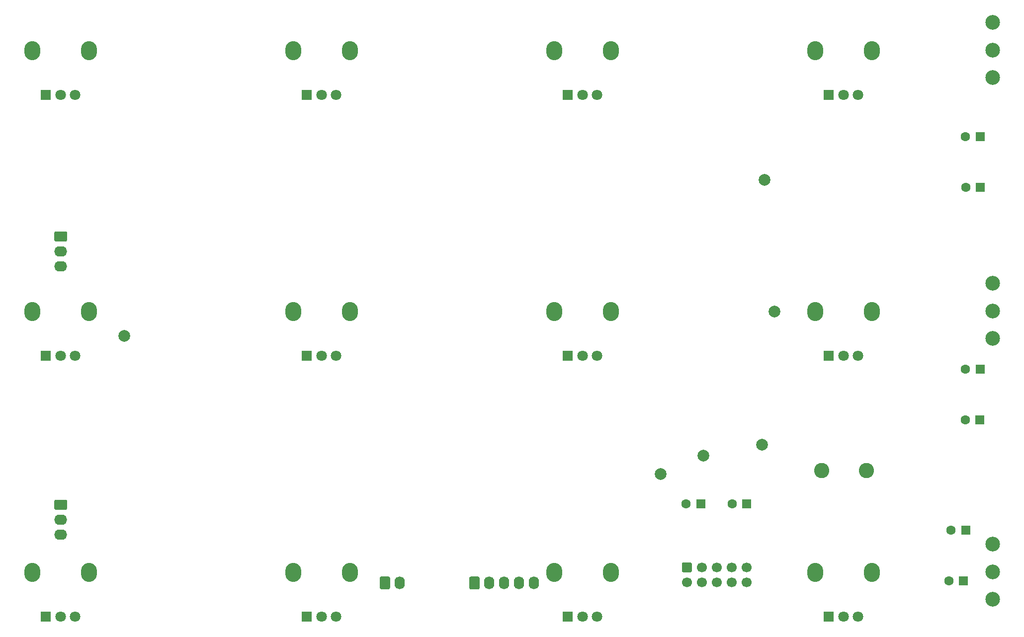
<source format=gts>
G04 #@! TF.GenerationSoftware,KiCad,Pcbnew,6.0.5+dfsg-1~bpo11+1*
G04 #@! TF.CreationDate,2023-01-27T22:41:18+00:00*
G04 #@! TF.ProjectId,ADSR_board,41445352-5f62-46f6-9172-642e6b696361,1.1*
G04 #@! TF.SameCoordinates,Original*
G04 #@! TF.FileFunction,Soldermask,Top*
G04 #@! TF.FilePolarity,Negative*
%FSLAX46Y46*%
G04 Gerber Fmt 4.6, Leading zero omitted, Abs format (unit mm)*
G04 Created by KiCad (PCBNEW 6.0.5+dfsg-1~bpo11+1) date 2023-01-27 22:41:18*
%MOMM*%
%LPD*%
G01*
G04 APERTURE LIST*
%ADD10O,2.720000X3.240000*%
%ADD11R,1.800000X1.800000*%
%ADD12C,1.800000*%
%ADD13C,2.500000*%
%ADD14C,1.700000*%
%ADD15C,2.000000*%
%ADD16R,1.600000X1.600000*%
%ADD17C,1.600000*%
%ADD18C,2.600000*%
%ADD19O,2.190000X1.740000*%
%ADD20O,1.740000X2.190000*%
G04 APERTURE END LIST*
D10*
X164697000Y-49142000D03*
X155097000Y-49142000D03*
D11*
X157397000Y-56642000D03*
D12*
X159897000Y-56642000D03*
X162397000Y-56642000D03*
D10*
X75797000Y-93592000D03*
X66197000Y-93592000D03*
D11*
X68497000Y-101092000D03*
D12*
X70997000Y-101092000D03*
X73497000Y-101092000D03*
D10*
X199547000Y-49142000D03*
X209147000Y-49142000D03*
D11*
X201847000Y-56642000D03*
D12*
X204347000Y-56642000D03*
X206847000Y-56642000D03*
D10*
X209147000Y-138042000D03*
X199547000Y-138042000D03*
D11*
X201847000Y-145542000D03*
D12*
X204347000Y-145542000D03*
X206847000Y-145542000D03*
D10*
X110647000Y-49142000D03*
X120247000Y-49142000D03*
D11*
X112947000Y-56642000D03*
D12*
X115447000Y-56642000D03*
X117947000Y-56642000D03*
D10*
X110647000Y-138042000D03*
X120247000Y-138042000D03*
D11*
X112947000Y-145542000D03*
D12*
X115447000Y-145542000D03*
X117947000Y-145542000D03*
D13*
X229747000Y-142622000D03*
X229747000Y-137922000D03*
X229747000Y-133222000D03*
X229747000Y-53722000D03*
X229747000Y-49022000D03*
X229747000Y-44322000D03*
D10*
X164697000Y-138042000D03*
X155097000Y-138042000D03*
D11*
X157397000Y-145542000D03*
D12*
X159897000Y-145542000D03*
X162397000Y-145542000D03*
D10*
X75797000Y-49142000D03*
X66197000Y-49142000D03*
D11*
X68497000Y-56642000D03*
D12*
X70997000Y-56642000D03*
X73497000Y-56642000D03*
D10*
X199547000Y-93592000D03*
X209147000Y-93592000D03*
D11*
X201847000Y-101092000D03*
D12*
X204347000Y-101092000D03*
X206847000Y-101092000D03*
D10*
X155097000Y-93592000D03*
X164697000Y-93592000D03*
D11*
X157397000Y-101092000D03*
D12*
X159897000Y-101092000D03*
X162397000Y-101092000D03*
D13*
X229747000Y-98172000D03*
X229747000Y-93472000D03*
X229747000Y-88772000D03*
D10*
X110647000Y-93592000D03*
X120247000Y-93592000D03*
D11*
X112947000Y-101092000D03*
D12*
X115447000Y-101092000D03*
X117947000Y-101092000D03*
D10*
X75797000Y-138042000D03*
X66197000Y-138042000D03*
D11*
X68497000Y-145542000D03*
D12*
X70997000Y-145542000D03*
X73497000Y-145542000D03*
G36*
G01*
X177077000Y-136319500D02*
X178277000Y-136319500D01*
G75*
G02*
X178527000Y-136569500I0J-250000D01*
G01*
X178527000Y-137769500D01*
G75*
G02*
X178277000Y-138019500I-250000J0D01*
G01*
X177077000Y-138019500D01*
G75*
G02*
X176827000Y-137769500I0J250000D01*
G01*
X176827000Y-136569500D01*
G75*
G02*
X177077000Y-136319500I250000J0D01*
G01*
G37*
D14*
X177677000Y-139709500D03*
X180217000Y-137169500D03*
X180217000Y-139709500D03*
X182757000Y-137169500D03*
X182757000Y-139709500D03*
X185297000Y-137169500D03*
X185297000Y-139709500D03*
X187837000Y-137169500D03*
X187837000Y-139709500D03*
D15*
X190449200Y-116255800D03*
X81889600Y-97739200D03*
D16*
X227685600Y-72390000D03*
D17*
X225185600Y-72390000D03*
D15*
X190931800Y-71170800D03*
D16*
X187872380Y-126365000D03*
D17*
X185372380Y-126365000D03*
D18*
X200660000Y-120650000D03*
X208280000Y-120650000D03*
G36*
G01*
X70172000Y-79902000D02*
X71862000Y-79902000D01*
G75*
G02*
X72112000Y-80152000I0J-250000D01*
G01*
X72112000Y-81392000D01*
G75*
G02*
X71862000Y-81642000I-250000J0D01*
G01*
X70172000Y-81642000D01*
G75*
G02*
X69922000Y-81392000I0J250000D01*
G01*
X69922000Y-80152000D01*
G75*
G02*
X70172000Y-79902000I250000J0D01*
G01*
G37*
D19*
X71017000Y-83312000D03*
X71017000Y-85852000D03*
D16*
X180046000Y-126365000D03*
D17*
X177546000Y-126365000D03*
G36*
G01*
X125372000Y-140652000D02*
X125372000Y-138962000D01*
G75*
G02*
X125622000Y-138712000I250000J0D01*
G01*
X126862000Y-138712000D01*
G75*
G02*
X127112000Y-138962000I0J-250000D01*
G01*
X127112000Y-140652000D01*
G75*
G02*
X126862000Y-140902000I-250000J0D01*
G01*
X125622000Y-140902000D01*
G75*
G02*
X125372000Y-140652000I0J250000D01*
G01*
G37*
D20*
X128782000Y-139807000D03*
D16*
X224790000Y-139446000D03*
D17*
X222290000Y-139446000D03*
G36*
G01*
X70172000Y-125622000D02*
X71862000Y-125622000D01*
G75*
G02*
X72112000Y-125872000I0J-250000D01*
G01*
X72112000Y-127112000D01*
G75*
G02*
X71862000Y-127362000I-250000J0D01*
G01*
X70172000Y-127362000D01*
G75*
G02*
X69922000Y-127112000I0J250000D01*
G01*
X69922000Y-125872000D01*
G75*
G02*
X70172000Y-125622000I250000J0D01*
G01*
G37*
D19*
X71017000Y-129032000D03*
X71017000Y-131572000D03*
D16*
X227627380Y-103378000D03*
D17*
X225127380Y-103378000D03*
D15*
X173177200Y-121285000D03*
X180517800Y-118084600D03*
X192633600Y-93573600D03*
D16*
X225175000Y-130810000D03*
D17*
X222675000Y-130810000D03*
G36*
G01*
X140612000Y-140672000D02*
X140612000Y-138982000D01*
G75*
G02*
X140862000Y-138732000I250000J0D01*
G01*
X142102000Y-138732000D01*
G75*
G02*
X142352000Y-138982000I0J-250000D01*
G01*
X142352000Y-140672000D01*
G75*
G02*
X142102000Y-140922000I-250000J0D01*
G01*
X140862000Y-140922000D01*
G75*
G02*
X140612000Y-140672000I0J250000D01*
G01*
G37*
D20*
X144022000Y-139827000D03*
X146562000Y-139827000D03*
X149102000Y-139827000D03*
X151642000Y-139827000D03*
D16*
X227627380Y-63754000D03*
D17*
X225127380Y-63754000D03*
D16*
X227584000Y-112014000D03*
D17*
X225084000Y-112014000D03*
M02*

</source>
